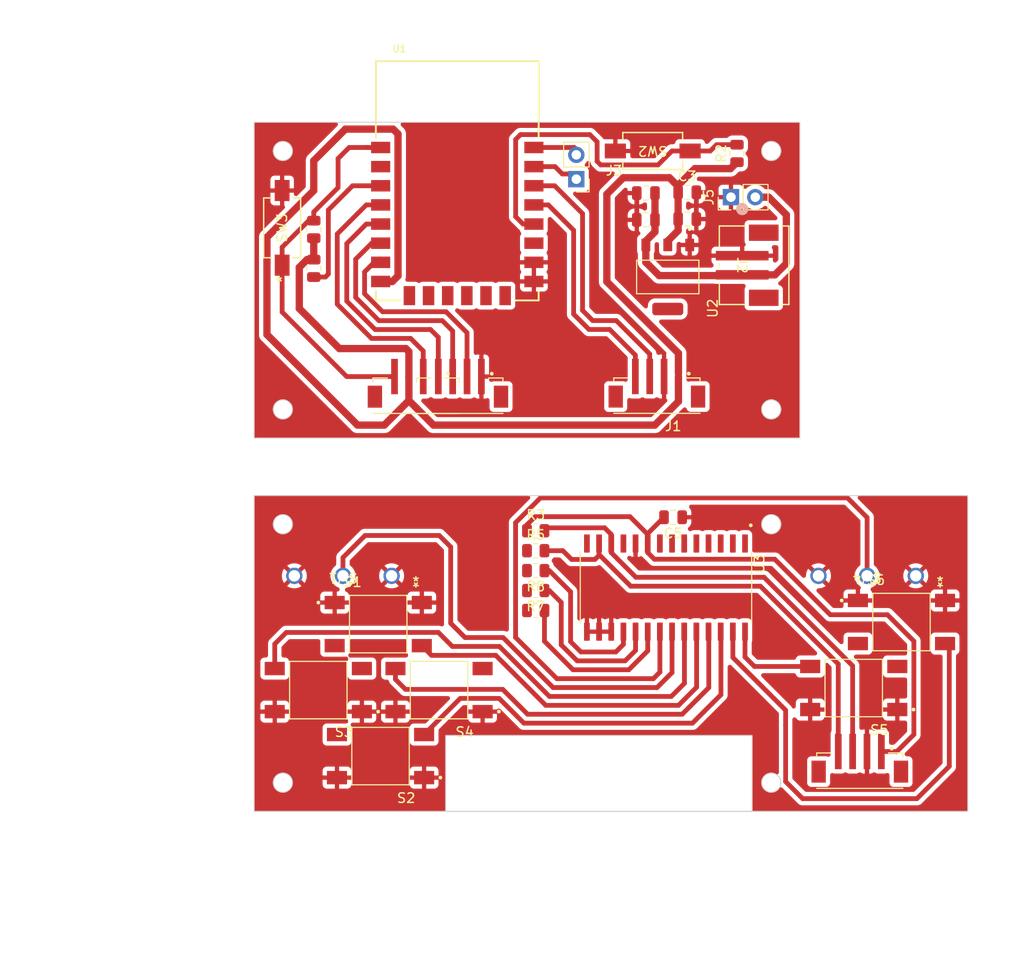
<source format=kicad_pcb>
(kicad_pcb (version 20221018) (generator pcbnew)
  (layers (0 "F.Cu" signal) (31 "B.Cu" signal) (34 "B.Paste" user) (35 "F.Paste" user) (36 "B.SilkS" user "B.Silkscreen") (37 "F.SilkS" user "F.Silkscreen") (38 "B.Mask" user) (39 "F.Mask" user) (44 "Edge.Cuts" user))
  (net 0 "")
  (net 1 "GND")
  (net 2 "VCC")
  (net 3 "/SCK_mcp")
  (net 4 "/SDA_mcp")
  (net 5 "Net-(J1-SHIELD-PadS1)")
  (net 6 "Net-(J3-Pin_1)")
  (net 7 "Net-(J3-Pin_2)")
  (net 8 "/boot")
  (net 9 "Net-(U1-EN)")
  (net 17 "/VIN")
  (net 18 "Net-(J4-SHIELD-PadS1)")
  (net 19 "/RST")
  (net 20 "/CS")
  (net 21 "/SCK_screen")
  (net 22 "/SDA_screen")
  (net 25 "/up")
  (net 26 "/down")
  (net 29 "/left")
  (net 30 "/right")
  (net 31 "/A")
  (net 32 "/B")
  (net 33 "/RL")
  (net 34 "/RR")
  (net 35 "/AO")
  (net 45 "Net-(U3-INTA)")
  (net 46 "Net-(U3-INTB)")
  (net 47 "Net-(U3-~{RESET})")
  (footprint "Capacitor_SMD:C_0805_2012Metric" (layer "F.Cu") (at 80.9098 32.4015)
    (fp_text reference "C2" hide)
    (fp_text value "C")
    (pad "1" smd roundrect (at -0.95 0) (size 1 1.45) (layers "F.Cu" "F.Paste" "F.Mask") (net 1 "GND"))
    (pad "2" smd roundrect (at 0.95 0) (size 1 1.45) (layers "F.Cu" "F.Paste" "F.Mask") (net 17 "/VIN"))
  )
  (footprint "esp_lib:JST_B4B-ZR-SM4-TFT_LF__SN_" (layer "F.Cu") (at 82.06 53.562 180)
    (fp_text reference "J1" (at -1.706 -3.2) (layer "F.SilkS"))
    (fp_text value "B4B-ZR-SM4-TFT_LF__SN_" hide)
    (pad "1" smd rect (at -2.25 2) (size 0.7 3.7) (layers "F.Cu" "F.Paste" "F.Mask") (net 2 "VCC"))
    (pad "2" smd rect (at -0.75 2) (size 0.7 3.7) (layers "F.Cu" "F.Paste" "F.Mask") (net 1 "GND"))
    (pad "3" smd rect (at 0.75 2) (size 0.7 3.7) (layers "F.Cu" "F.Paste" "F.Mask") (net 3 "/SCK_mcp"))
    (pad "4" smd rect (at 2.25 2) (size 0.7 3.7) (layers "F.Cu" "F.Paste" "F.Mask") (net 4 "/SDA_mcp"))
    (pad "S1" smd rect (at 4.3 -0.1) (size 1.5 2.3) (layers "F.Cu" "F.Paste" "F.Mask") (net 5 "Net-(J1-SHIELD-PadS1)"))
    (pad "S2" smd rect (at -4.3 -0.1) (size 1.5 2.3) (layers "F.Cu" "F.Paste" "F.Mask") (net 5 "Net-(J1-SHIELD-PadS1)"))
  )
  (footprint "esp_lib:switch_6" (layer "F.Cu") (at 46.7025 84.328 180)
    (fp_text reference "S3" (at -2.675 -4.385) (layer "F.SilkS"))
    (fp_text value "left")
    (pad "1" smd rect (at -4.55 -2.25 180) (size 2.1 1.4) (layers "F.Cu" "F.Paste" "F.Mask") (net 1 "GND"))
    (pad "2" smd rect (at -4.55 2.25 180) (size 2.1 1.4) (layers "F.Cu" "F.Paste" "F.Mask"))
    (pad "3" smd rect (at 4.55 -2.25 180) (size 2.1 1.4) (layers "F.Cu" "F.Paste" "F.Mask") (net 1 "GND"))
    (pad "4" smd rect (at 4.55 2.25 180) (size 2.1 1.4) (layers "F.Cu" "F.Paste" "F.Mask") (net 29 "/left"))
  )
  (footprint "esp_lib:B7B-ZR-SM4-TBLFSN_JST" (layer "F.Cu") (at 59.2332 51.8242 180)
    (fp_text reference "J6" hide)
    (fp_text value "B7B-ZR-SM4-TFT_LF__SN_")
    (pad "1" smd rect (at -4.5 0.254) (size 0.7 3.7) (layers "F.Cu" "F.Paste" "F.Mask") (net 1 "GND"))
    (pad "2" smd rect (at -3 0.254) (size 0.7 3.7) (layers "F.Cu" "F.Paste" "F.Mask") (net 21 "/SCK_screen"))
    (pad "3" smd rect (at -1.5 0.254) (size 0.7 3.7) (layers "F.Cu" "F.Paste" "F.Mask") (net 20 "/CS"))
    (pad "4" smd rect (at 0 0.254) (size 0.7 3.7) (layers "F.Cu" "F.Paste" "F.Mask") (net 22 "/SDA_screen"))
    (pad "5" smd rect (at 1.572 0.254) (size 0.7 3.7) (layers "F.Cu" "F.Paste" "F.Mask") (net 35 "/AO"))
    (pad "6" smd rect (at 3.072 0.254) (size 0.7 3.7) (layers "F.Cu" "F.Paste" "F.Mask") (net 2 "VCC"))
    (pad "7" smd rect (at 4.572 0.254) (size 0.7 3.7) (layers "F.Cu" "F.Paste" "F.Mask") (net 19 "/RST"))
    (pad "S1" smd rect (at 6.622 -1.846) (size 1.5 2.3) (layers "F.Cu" "F.Paste" "F.Mask"))
    (pad "S2" smd rect (at -6.55 -1.846) (size 1.5 2.3) (layers "F.Cu" "F.Paste" "F.Mask"))
  )
  (footprint "Capacitor_SMD:C_0805_2012Metric" (layer "F.Cu") (at 83.754 66.2686 180)
    (fp_text reference "C5" (at 0 -1.68) (layer "F.SilkS"))
    (fp_text value "C")
    (pad "1" smd roundrect (at -0.95 0 180) (size 1 1.45) (layers "F.Cu" "F.Paste" "F.Mask") (net 1 "GND"))
    (pad "2" smd roundrect (at 0.95 0 180) (size 1 1.45) (layers "F.Cu" "F.Paste" "F.Mask") (net 2 "VCC"))
  )
  (footprint "Resistor_SMD:R_0805_2012Metric" (layer "F.Cu") (at 69.4074 69.7636)
    (fp_text reference "R5" (at 0 -1.65) (layer "F.SilkS"))
    (fp_text value "R")
    (pad "1" smd roundrect (at -0.9125 0) (size 1.025 1.4) (layers "F.Cu" "F.Paste" "F.Mask") (roundrect_rratio 0.243902) (net 2 "VCC"))
    (pad "2" smd roundrect (at 0.9125 0) (size 1.025 1.4) (layers "F.Cu" "F.Paste" "F.Mask") (roundrect_rratio 0.243902) (net 4 "/SDA_mcp"))
  )
  (footprint "esp_lib:ESP-12F" (layer "F.Cu") (at 61.214 31.115)
    (fp_text reference "U1" (at -6.03654 -13.788698) (layer "F.SilkS") (effects (font (size 0.700469 0.700469))))
    (fp_text value "ESP-12F")
    (pad "1" smd rect (at -8 -3.48) (size 2 1.2) (layers "F.Cu" "F.Paste" "F.Mask") (net 19 "/RST"))
    (pad "2" smd rect (at -8 -1.48) (size 2 1.2) (layers "F.Cu" "F.Paste" "F.Mask"))
    (pad "3" smd rect (at -8 0.52) (size 2 1.2) (layers "F.Cu" "F.Paste" "F.Mask") (net 9 "Net-(U1-EN)"))
    (pad "4" smd rect (at -8 2.52) (size 2 1.2) (layers "F.Cu" "F.Paste" "F.Mask") (net 35 "/AO"))
    (pad "5" smd rect (at -8 4.52) (size 2 1.2) (layers "F.Cu" "F.Paste" "F.Mask") (net 22 "/SDA_screen"))
    (pad "6" smd rect (at -8 6.52) (size 2 1.2) (layers "F.Cu" "F.Paste" "F.Mask") (net 20 "/CS"))
    (pad "7" smd rect (at -8 8.52) (size 2 1.2) (layers "F.Cu" "F.Paste" "F.Mask") (net 21 "/SCK_screen"))
    (pad "8" smd rect (at -8 10.52) (size 2 1.2) (layers "F.Cu" "F.Paste" "F.Mask") (net 2 "VCC"))
    (pad "9" smd rect (at -5 12 90) (size 2 1.2) (layers "F.Cu" "F.Paste" "F.Mask"))
    (pad "10" smd rect (at -3 12 90) (size 2 1.2) (layers "F.Cu" "F.Paste" "F.Mask"))
    (pad "11" smd rect (at -1 12 90) (size 2 1.2) (layers "F.Cu" "F.Paste" "F.Mask"))
    (pad "12" smd rect (at 1 12 90) (size 2 1.2) (layers "F.Cu" "F.Paste" "F.Mask"))
    (pad "13" smd rect (at 3 12 90) (size 2 1.2) (layers "F.Cu" "F.Paste" "F.Mask"))
    (pad "14" smd rect (at 5 12 90) (size 2 1.2) (layers "F.Cu" "F.Paste" "F.Mask"))
    (pad "15" smd rect (at 8 10.52) (size 2 1.2) (layers "F.Cu" "F.Paste" "F.Mask") (net 1 "GND"))
    (pad "16" smd rect (at 8 8.52) (size 2 1.2) (layers "F.Cu" "F.Paste" "F.Mask") (net 1 "GND"))
    (pad "17" smd rect (at 8 6.52) (size 2 1.2) (layers "F.Cu" "F.Paste" "F.Mask"))
    (pad "18" smd rect (at 8 4.52) (size 2 1.2) (layers "F.Cu" "F.Paste" "F.Mask") (net 8 "/boot"))
    (pad "19" smd rect (at 8 2.52) (size 2 1.2) (layers "F.Cu" "F.Paste" "F.Mask") (net 4 "/SDA_mcp"))
    (pad "20" smd rect (at 8 0.52) (size 2 1.2) (layers "F.Cu" "F.Paste" "F.Mask") (net 3 "/SCK_mcp"))
    (pad "21" smd rect (at 8 -1.48) (size 2 1.2) (layers "F.Cu" "F.Paste" "F.Mask") (net 6 "Net-(J3-Pin_1)"))
    (pad "22" smd rect (at 8 -3.48) (size 2 1.2) (layers "F.Cu" "F.Paste" "F.Mask") (net 7 "Net-(J3-Pin_2)"))
  )
  (footprint "esp_lib:RS-282G05A3-SM RT_CNK" (layer "F.Cu") (at 42.926 36.031698 90)
    (fp_text reference "SW3" (at 0 0 90 unlocked) (layer "F.SilkS"))
    (fp_text value "RS-282G05A3-SM RT")
    (fp_text user "*" (at -5.3866 0 90 unlocked) (layer "F.SilkS"))
    (fp_text user "*" (at -5.3866 0 90) (layer "F.SilkS"))
    (pad "1" smd rect (at -3.900698 0 90) (size 2.2098 1.5494) (layers "F.Cu" "F.Paste" "F.Mask") (net 19 "/RST"))
    (pad "2" smd rect (at 3.900698 0 90) (size 2.2098 1.5494) (layers "F.Cu" "F.Paste" "F.Mask") (net 1 "GND"))
  )
  (footprint "esp_lib:D2FS-FL-N-A_OMR" (layer "F.Cu") (at 54.356 72.39 180)
    (fp_text reference "SW1" (at 5.08 -0.199898 180 unlocked) (layer "F.SilkS"))
    (fp_text value "D2FS-FL-N-A")
    (fp_text user "*" (at -2.54 -0.635 180) (layer "F.SilkS"))
    (fp_text user "*" (at -2.54 -0.635 180 unlocked) (layer "F.SilkS"))
    (pad "1" thru_hole circle (at 0 0 180) (size 1.7018 1.7018) (drill 1.1938) (layers "*.Cu" "*.Mask") (net 1 "GND"))
    (pad "2" thru_hole circle (at 5.08 0 180) (size 1.7018 1.7018) (drill 1.1938) (layers "*.Cu" "*.Mask") (net 33 "/RL"))
    (pad "3" thru_hole circle (at 10.16 0 180) (size 1.7018 1.7018) (drill 1.1938) (layers "*.Cu" "*.Mask") (net 1 "GND"))
  )
  (footprint "esp_lib:switch_6" (layer "F.Cu") (at 53.2015 91.222 180)
    (fp_text reference "S2" (at -2.675 -4.385) (layer "F.SilkS"))
    (fp_text value "down")
    (pad "1" smd rect (at -4.55 -2.25 180) (size 2.1 1.4) (layers "F.Cu" "F.Paste" "F.Mask") (net 1 "GND"))
    (pad "2" smd rect (at -4.55 2.25 180) (size 2.1 1.4) (layers "F.Cu" "F.Paste" "F.Mask") (net 26 "/down"))
    (pad "3" smd rect (at 4.55 -2.25 180) (size 2.1 1.4) (layers "F.Cu" "F.Paste" "F.Mask") (net 1 "GND"))
    (pad "4" smd rect (at 4.55 2.25 180) (size 2.1 1.4) (layers "F.Cu" "F.Paste" "F.Mask"))
  )
  (footprint "Resistor_SMD:R_0805_2012Metric" (layer "F.Cu") (at 90.424 28.256 90)
    (fp_text reference "R2" (at 0 -1.65 90) (layer "F.SilkS"))
    (fp_text value "R")
    (pad "1" smd roundrect (at -0.9125 0 90) (size 1.025 1.4) (layers "F.Cu" "F.Paste" "F.Mask") (roundrect_rratio 0.243902439) (net 2 "VCC"))
    (pad "2" smd roundrect (at 0.9125 0 90) (size 1.025 1.4) (layers "F.Cu" "F.Paste" "F.Mask") (roundrect_rratio 0.243902439) (net 8 "/boot"))
  )
  (footprint "Connector_PinHeader_2.54mm:PinHeader_1x02_P2.54mm_Vertical" (layer "F.Cu") (at 89.7948 32.828 90)
    (fp_text reference "J5" (at 0 -2.33 90) (layer "F.SilkS"))
    (fp_text value "Conn_01x02_Pin")
    (pad "1" thru_hole rect (at 0 0 90) (size 1.7 1.7) (drill 1) (layers "*.Cu" "*.Mask") (net 1 "GND"))
    (pad "2" thru_hole oval (at 0 2.54 90) (size 1.7 1.7) (drill 1) (layers "*.Cu" "*.Mask") (net 17 "/VIN"))
  )
  (footprint "Resistor_SMD:R_0805_2012Metric" (layer "F.Cu") (at 46.228 36.195 -90)
    (fp_text reference "R1" hide)
    (fp_text value "R" hide)
    (pad "1" smd roundrect (at -0.9125 0 270) (size 1.025 1.4) (layers "F.Cu" "F.Paste" "F.Mask") (roundrect_rratio 0.243902439) (net 19 "/RST"))
    (pad "2" smd roundrect (at 0.9125 0 270) (size 1.025 1.4) (layers "F.Cu" "F.Paste" "F.Mask") (roundrect_rratio 0.243902439) (net 2 "VCC"))
  )
  (footprint "Resistor_SMD:R_0805_2012Metric" (layer "F.Cu") (at 69.4074 73.9292 180)
    (fp_text reference "R7" (at 0 -1.65) (layer "F.SilkS"))
    (fp_text value "R")
    (pad "1" smd roundrect (at -0.9125 0 180) (size 1.025 1.4) (layers "F.Cu" "F.Paste" "F.Mask") (roundrect_rratio 0.243902) (net 46 "Net-(U3-INTB)"))
    (pad "2" smd roundrect (at 0.9125 0 180) (size 1.025 1.4) (layers "F.Cu" "F.Paste" "F.Mask") (roundrect_rratio 0.243902) (net 2 "VCC"))
  )
  (footprint "Capacitor_SMD:C_0805_2012Metric" (layer "F.Cu") (at 85.2278 32.32)
    (fp_text reference "C3" (at 0 -1.68) (layer "F.SilkS"))
    (fp_text value "C")
    (pad "1" smd roundrect (at -0.95 0) (size 1 1.45) (layers "F.Cu" "F.Paste" "F.Mask") (net 2 "VCC"))
    (pad "2" smd roundrect (at 0.95 0) (size 1 1.45) (layers "F.Cu" "F.Paste" "F.Mask") (net 1 "GND"))
  )
  (footprint "esp_lib:switch_6" (layer "F.Cu") (at 59.309 84.328 180)
    (fp_text reference "S4" (at -2.675 -4.385) (layer "F.SilkS"))
    (fp_text value "right" hide)
    (pad "1" smd rect (at -4.55 -2.25 180) (size 2.1 1.4) (layers "F.Cu" "F.Paste" "F.Mask") (net 1 "GND"))
    (pad "2" smd rect (at -4.55 2.25 180) (size 2.1 1.4) (layers "F.Cu" "F.Paste" "F.Mask"))
    (pad "3" smd rect (at 4.55 -2.25 180) (size 2.1 1.4) (layers "F.Cu" "F.Paste" "F.Mask") (net 1 "GND"))
    (pad "4" smd rect (at 4.55 2.25 180) (size 2.1 1.4) (layers "F.Cu" "F.Paste" "F.Mask") (net 30 "/right"))
  )
  (footprint "esp_lib:SOT229P700X180-4N" (layer "F.Cu") (at 83.1958 41.1645 -90)
    (fp_text reference "U2" (at 3.2755 -4.695 90) (layer "F.SilkS"))
    (fp_text value "AMS1117-3.3" hide)
    (pad "1" smd roundrect (at -3.345 -2.29 270) (size 1.31 0.93) (layers "F.Cu" "F.Paste" "F.Mask") (roundrect_rratio 0.07) (net 1 "GND"))
    (pad "2" smd roundrect (at -3.345 0 270) (size 1.31 0.93) (layers "F.Cu" "F.Paste" "F.Mask") (roundrect_rratio 0.07) (net 2 "VCC"))
    (pad "3" smd roundrect (at -3.345 2.29 270) (size 1.31 0.93) (layers "F.Cu" "F.Paste" "F.Mask") (roundrect_rratio 0.07) (net 17 "/VIN"))
    (pad "4" smd roundrect (at 3.345 0 270) (size 1.31 3.24) (layers "F.Cu" "F.Paste" "F.Mask") (roundrect_rratio 0.24))
  )
  (footprint "esp_lib:switch_6" (layer "F.Cu") (at 102.616 84.11 180)
    (fp_text reference "S5" (at -2.675 -4.385) (layer "F.SilkS"))
    (fp_text value "A" hide)
    (pad "1" smd rect (at -4.55 -2.25 180) (size 2.1 1.4) (layers "F.Cu" "F.Paste" "F.Mask") (net 1 "GND"))
    (pad "2" smd rect (at -4.55 2.25 180) (size 2.1 1.4) (layers "F.Cu" "F.Paste" "F.Mask"))
    (pad "3" smd rect (at 4.55 -2.25 180) (size 2.1 1.4) (layers "F.Cu" "F.Paste" "F.Mask") (net 1 "GND"))
    (pad "4" smd rect (at 4.55 2.25 180) (size 2.1 1.4) (layers "F.Cu" "F.Paste" "F.Mask") (net 31 "/A"))
  )
  (footprint "esp_lib:switch_6" (layer "F.Cu") (at 107.6025 77.216)
    (fp_text reference "S6" (at -2.675 -4.385) (layer "F.SilkS"))
    (fp_text value "B")
    (pad "1" smd rect (at -4.55 -2.25) (size 2.1 1.4) (layers "F.Cu" "F.Paste" "F.Mask") (net 1 "GND"))
    (pad "2" smd rect (at -4.55 2.25) (size 2.1 1.4) (layers "F.Cu" "F.Paste" "F.Mask"))
    (pad "3" smd rect (at 4.55 -2.25) (size 2.1 1.4) (layers "F.Cu" "F.Paste" "F.Mask") (net 1 "GND"))
    (pad "4" smd rect (at 4.55 2.25) (size 2.1 1.4) (layers "F.Cu" "F.Paste" "F.Mask") (net 32 "/B"))
  )
  (footprint "esp_lib:D2FS-FL-N-A_OMR" (layer "F.Cu") (at 109.093 72.39 180)
    (fp_text reference "SW4" (at 5.08 -0.199898 180 unlocked) (layer "F.SilkS"))
    (fp_text value "D2FS-FL-N-A")
    (fp_text user "*" (at -2.54 -0.635 180 unlocked) (layer "F.SilkS"))
    (fp_text user "*" (at -2.54 -0.635 180) (layer "F.SilkS"))
    (pad "1" thru_hole circle (at 0 0 180) (size 1.7018 1.7018) (drill 1.1938) (layers "*.Cu" "*.Mask") (net 1 "GND"))
    (pad "2" thru_hole circle (at 5.08 0 180) (size 1.7018 1.7018) (drill 1.1938) (layers "*.Cu" "*.Mask") (net 34 "/RR"))
    (pad "3" thru_hole circle (at 10.16 0 180) (size 1.7018 1.7018) (drill 1.1938) (layers "*.Cu" "*.Mask") (net 1 "GND"))
  )
  (footprint "Resistor_SMD:R_0805_2012Metric" (layer "F.Cu") (at 69.4074 67.6808)
    (fp_text reference "R3" (at 0 -1.65) (layer "F.SilkS"))
    (fp_text value "R")
    (pad "1" smd roundrect (at -0.9125 0) (size 1.025 1.4) (layers "F.Cu" "F.Paste" "F.Mask") (roundrect_rratio 0.243902) (net 2 "VCC"))
    (pad "2" smd roundrect (at 0.9125 0) (size 1.025 1.4) (layers "F.Cu" "F.Paste" "F.Mask") (roundrect_rratio 0.243902) (net 3 "/SCK_mcp"))
  )
  (footprint "Capacitor_SMD:C_0805_2012Metric" (layer "F.Cu") (at 85.2278 35.114)
    (fp_text reference "C4" hide)
    (fp_text value "C")
    (pad "1" smd roundrect (at -0.95 0) (size 1 1.45) (layers "F.Cu" "F.Paste" "F.Mask") (net 2 "VCC"))
    (pad "2" smd roundrect (at 0.95 0) (size 1 1.45) (layers "F.Cu" "F.Paste" "F.Mask") (net 1 "GND"))
  )
  (footprint "Resistor_SMD:R_0805_2012Metric" (layer "F.Cu") (at 69.4074 71.8464 180)
    (fp_text reference "R8" (at 0 -1.65) (layer "F.SilkS"))
    (fp_text value "R")
    (pad "1" smd roundrect (at -0.9125 0 180) (size 1.025 1.4) (layers "F.Cu" "F.Paste" "F.Mask") (roundrect_rratio 0.243902) (net 47 "Net-(U3-~{RESET})"))
    (pad "2" smd roundrect (at 0.9125 0 180) (size 1.025 1.4) (layers "F.Cu" "F.Paste" "F.Mask") (roundrect_rratio 0.243902) (net 2 "VCC"))
  )
  (footprint "esp_lib:B2B-PH-SM4-TBLFSN_JST" (layer "F.Cu") (at 92.2128 39.94 -90)
    (fp_text reference "J2" (at 0 1.244801 -90 unlocked) (layer "F.SilkS"))
    (fp_text value "B2B-PH-SM4-TBLFSN")
    (pad "1" smd rect (at -1.000001 1.244801 270) (size 0.9906 5.5118) (layers "F.Cu" "F.Paste" "F.Mask") (net 1 "GND"))
    (pad "2" smd rect (at 1.000001 1.244801 270) (size 0.9906 5.5118) (layers "F.Cu" "F.Paste" "F.Mask") (net 17 "/VIN"))
    (pad "3" smd rect (at -3.399998 -1.0052) (size 3.0988 1.7018) (layers "F.Cu" "F.Paste" "F.Mask"))
    (pad "4" smd rect (at 3.399998 -1.0052) (size 3.0988 1.7018) (layers "F.Cu" "F.Paste" "F.Mask"))
  )
  (footprint "esp_lib:switch_6" (layer "F.Cu") (at 52.959 77.434)
    (fp_text reference "S1" (at -2.675 -4.385) (layer "F.SilkS"))
    (fp_text value "up")
    (pad "1" smd rect (at -4.55 -2.25) (size 2.1 1.4) (layers "F.Cu" "F.Paste" "F.Mask") (net 1 "GND"))
    (pad "2" smd rect (at -4.55 2.25) (size 2.1 1.4) (layers "F.Cu" "F.Paste" "F.Mask"))
    (pad "3" smd rect (at 4.55 -2.25) (size 2.1 1.4) (layers "F.Cu" "F.Paste" "F.Mask") (net 1 "GND"))
    (pad "4" smd rect (at 4.55 2.25) (size 2.1 1.4) (layers "F.Cu" "F.Paste" "F.Mask") (net 25 "/up"))
  )
  (footprint "Capacitor_SMD:C_0805_2012Metric" (layer "F.Cu") (at 80.9098 35.1955)
    (fp_text reference "C1" hide)
    (fp_text value "C")
    (pad "1" smd roundrect (at -0.95 0) (size 1 1.45) (layers "F.Cu" "F.Paste" "F.Mask") (net 1 "GND"))
    (pad "2" smd roundrect (at 0.95 0) (size 1 1.45) (layers "F.Cu" "F.Paste" "F.Mask") (net 17 "/VIN"))
  )
  (footprint "esp_lib:MCP23017" (layer "F.Cu") (at 83.0072 73.6168 -90)
    (fp_text reference "U3" (at -2.475 -9.762 90) (layer "F.SilkS"))
    (fp_text value "MCP23017-E_SO")
    (pad "1" smd roundrect (at -4.605 -8.255 270) (size 1.9 0.6) (layers "F.Cu" "F.Paste" "F.Mask") (roundrect_rratio 0.125))
    (pad "2" smd roundrect (at -4.605 -6.985 270) (size 1.9 0.6) (layers "F.Cu" "F.Paste" "F.Mask") (roundrect_rratio 0.125))
    (pad "3" smd roundrect (at -4.605 -5.715 270) (size 1.9 0.6) (layers "F.Cu" "F.Paste" "F.Mask") (roundrect_rratio 0.125))
    (pad "4" smd roundrect (at -4.605 -4.445 270) (size 1.9 0.6) (layers "F.Cu" "F.Paste" "F.Mask") (roundrect_rratio 0.125))
    (pad "5" smd roundrect (at -4.605 -3.175 270) (size 1.9 0.6) (layers "F.Cu" "F.Paste" "F.Mask") (roundrect_rratio 0.125))
    (pad "6" smd roundrect (at -4.605 -1.905 270) (size 1.9 0.6) (layers "F.Cu" "F.Paste" "F.Mask") (roundrect_rratio 0.125))
    (pad "7" smd roundrect (at -4.605 -0.635 270) (size 1.9 0.6) (layers "F.Cu" "F.Paste" "F.Mask") (roundrect_rratio 0.125))
    (pad "8" smd roundrect (at -4.605 0.635 270) (size 1.9 0.6) (layers "F.Cu" "F.Paste" "F.Mask") (roundrect_rratio 0.125))
    (pad "9" smd roundrect (at -4.605 1.905 270) (size 1.9 0.6) (layers "F.Cu" "F.Paste" "F.Mask") (roundrect_rratio 0.125) (net 2 "VCC"))
    (pad "10" smd roundrect (at -4.605 3.175 270) (size 1.9 0.6) (layers "F.Cu" "F.Paste" "F.Mask") (roundrect_rratio 0.125) (net 1 "GND"))
    (pad "11" smd roundrect (at -4.605 4.445 270) (size 1.9 0.6) (layers "F.Cu" "F.Paste" "F.Mask") (roundrect_rratio 0.125))
    (pad "12" smd roundrect (at -4.605 5.715 270) (size 1.9 0.6) (layers "F.Cu" "F.Paste" "F.Mask") (roundrect_rratio 0.125) (net 3 "/SCK_mcp"))
    (pad "13" smd roundrect (at -4.605 6.985 270) (size 1.9 0.6) (layers "F.Cu" "F.Paste" "F.Mask") (roundrect_rratio 0.125) (net 4 "/SDA_mcp"))
    (pad "14" smd roundrect (at -4.605 8.255 270) (size 1.9 0.6) (layers "F.Cu" "F.Paste" "F.Mask") (roundrect_rratio 0.125))
    (pad "15" smd roundrect (at 4.605 8.255 270) (size 1.9 0.6) (layers "F.Cu" "F.Paste" "F.Mask") (roundrect_rratio 0.125) (net 1 "GND"))
    (pad "16" smd roundrect (at 4.605 6.985 270) (size 1.9 0.6) (layers "F.Cu" "F.Paste" "F.Mask") (roundrect_rratio 0.125) (net 1 "GND"))
    (pad "17" smd roundrect (at 4.605 5.715 270) (size 1.9 0.6) (layers "F.Cu" "F.Paste" "F.Mask") (roundrect_rratio 0.125) (net 1 "GND"))
    (pad "18" smd roundrect (at 4.605 4.445 270) (size 1.9 0.6) (layers "F.Cu" "F.Paste" "F.Mask") (roundrect_rratio 0.125) (net 47 "Net-(U3-~{RESET})"))
    (pad "19" smd roundrect (at 4.605 3.175 270) (size 1.9 0.6) (layers "F.Cu" "F.Paste" "F.Mask") (roundrect_rratio 0.125) (net 46 "Net-(U3-INTB)"))
    (pad "20" smd roundrect (at 4.605 1.905 270) (size 1.9 0.6) (layers "F.Cu" "F.Paste" "F.Mask") (roundrect_rratio 0.125) (net 45 "Net-(U3-INTA)"))
    (pad "21" smd roundrect (at 4.605 0.635 270) (size 1.9 0.6) (layers "F.Cu" "F.Paste" "F.Mask") (roundrect_rratio 0.125) (net 34 "/RR"))
    (pad "22" smd roundrect (at 4.605 -0.635 270) (size 1.9 0.6) (layers "F.Cu" "F.Paste" "F.Mask") (roundrect_rratio 0.125) (net 33 "/RL"))
    (pad "23" smd roundrect (at 4.605 -1.905 270) (size 1.9 0.6) (layers "F.Cu" "F.Paste" "F.Mask") (roundrect_rratio 0.125) (net 29 "/left"))
    (pad "24" smd roundrect (at 4.605 -3.175 270) (size 1.9 0.6) (layers "F.Cu" "F.Paste" "F.Mask") (roundrect_rratio 0.125) (net 25 "/up"))
    (pad "25" smd roundrect (at 4.605 -4.445 270) (size 1.9 0.6) (layers "F.Cu" "F.Paste" "F.Mask") (roundrect_rratio 0.125) (net 30 "/right"))
    (pad "26" smd roundrect (at 4.605 -5.715 270) (size 1.9 0.6) (layers "F.Cu" "F.Paste" "F.Mask") (roundrect_rratio 0.125) (net 26 "/down"))
    (pad "27" smd roundrect (at 4.605 -6.985 270) (size 1.9 0.6) (layers "F.Cu" "F.Paste" "F.Mask") (roundrect_rratio 0.125) (net 32 "/B"))
    (pad "28" smd roundrect (at 4.605 -8.255 270) (size 1.9 0.6) (layers "F.Cu" "F.Paste" "F.Mask") (roundrect_rratio 0.125) (net 31 "/A"))
  )
  (footprint "Resistor_SMD:R_0805_2012Metric" (layer "F.Cu") (at 46.228 40.259 90)
    (fp_text reference "R4" hide)
    (fp_text value "R" hide)
    (pad "1" smd roundrect (at -0.9125 0 90) (size 1.025 1.4) (layers "F.Cu" "F.Paste" "F.Mask") (roundrect_rratio 0.243902439) (net 9 "Net-(U1-EN)"))
    (pad "2" smd roundrect (at 0.9125 0 90) (size 1.025 1.4) (layers "F.Cu" "F.Paste" "F.Mask") (roundrect_rratio 0.243902439) (net 2 "VCC"))
  )
  (footprint "esp_lib:RS-282G05A3-SM RT_CNK" (layer "F.Cu") (at 81.624698 28.002 180)
    (fp_text reference "SW2" (at 0 0 180 unlocked) (layer "F.SilkS"))
    (fp_text value "RS-282G05A3-SM RT")
    (pad "1" smd rect (at -3.900698 0 180) (size 2.2098 1.5494) (layers "F.Cu" "F.Paste" "F.Mask") (net 8 "/boot"))
    (pad "2" smd rect (at 3.900698 0 180) (size 2.2098 1.5494) (layers "F.Cu" "F.Paste" "F.Mask") (net 1 "GND"))
  )
  (footprint "esp_lib:JST_B4B-ZR-SM4-TFT_LF__SN_" (layer "F.Cu") (at 103.251 92.746 180)
    (fp_text reference "J4" hide)
    (fp_text value "B4B-ZR-SM4-TFT_LF__SN_" hide)
    (pad "1" smd rect (at -2.25 2) (size 0.7 3.7) (layers "F.Cu" "F.Paste" "F.Mask") (net 2 "VCC"))
    (pad "2" smd rect (at -0.75 2) (size 0.7 3.7) (layers "F.Cu" "F.Paste" "F.Mask") (net 1 "GND"))
    (pad "3" smd rect (at 0.75 2) (size 0.7 3.7) (layers "F.Cu" "F.Paste" "F.Mask") (net 3 "/SCK_mcp"))
    (pad "4" smd rect (at 2.25 2) (size 0.7 3.7) (layers "F.Cu" "F.Paste" "F.Mask") (net 4 "/SDA_mcp"))
    (pad "S1" smd rect (at 4.3 -0.1) (size 1.5 2.3) (layers "F.Cu" "F.Paste" "F.Mask") (net 18 "Net-(J4-SHIELD-PadS1)"))
    (pad "S2" smd rect (at -4.3 -0.1) (size 1.5 2.3) (layers "F.Cu" "F.Paste" "F.Mask") (net 18 "Net-(J4-SHIELD-PadS1)"))
  )
  (footprint "Connector_PinHeader_2.54mm:PinHeader_1x02_P2.54mm_Vertical" (layer "F.Cu") (at 73.647968 30.944 180)
    (fp_text reference "J3" (at -3.937 0.889 180) (layer "F.SilkS"))
    (fp_text value "Conn_01x02_Pin" hide)
    (pad "1" thru_hole rect (at 0 0 180) (size 1.7 1.7) (drill 1) (layers "*.Cu" "*.Mask") (net 6 "Net-(J3-Pin_1)"))
    (pad "2" thru_hole oval (at 0 2.54 180) (size 1.7 1.7) (drill 1) (layers "*.Cu" "*.Mask") (net 7 "Net-(J3-Pin_2)"))
  )
  (footprint "Resistor_SMD:R_0805_2012Metric" (layer "F.Cu") (at 69.4074 76.012 180)
    (fp_text reference "R6" hide)
    (fp_text value "R")
    (pad "1" smd roundrect (at -0.9125 0 180) (size 1.025 1.4) (layers "F.Cu" "F.Paste" "F.Mask") (roundrect_rratio 0.243902) (net 45 "Net-(U3-INTA)"))
    (pad "2" smd roundrect (at 0.9125 0 180) (size 1.025 1.4) (layers "F.Cu" "F.Paste" "F.Mask") (roundrect_rratio 0.243902) (net 2 "VCC"))
  )
  (gr_circle (center 94 67) (end 95 67) (stroke (width 0.1)) (fill none) (layer "Edge.Cuts"))
  (gr_circle (center 43 28) (end 44 28) (stroke (width 0.1)) (fill none) (layer "Edge.Cuts"))
  (gr_rect (start 40 64) (end 114.526 97) (stroke (width 0.1)) (fill none) (layer "Edge.Cuts"))
  (gr_circle (center 43 67) (end 44 67) (stroke (width 0.1)) (fill none) (layer "Edge.Cuts"))
  (gr_circle (center 94 55) (end 95 55) (stroke (width 0.1)) (fill none) (layer "Edge.Cuts"))
  (gr_circle (center 94 94) (end 95 94) (stroke (width 0.1)) (fill none) (layer "Edge.Cuts"))
  (gr_circle (center 43 94) (end 44 94) (stroke (width 0.1)) (fill none) (layer "Edge.Cuts"))
  (gr_rect (start 60 89.0668) (end 92 97) (stroke (width 0.1)) (fill none) (layer "Edge.Cuts"))
  (gr_circle (center 94 28) (end 95 28) (stroke (width 0.1)) (fill none) (layer "Edge.Cuts"))
  (gr_circle (center 43 55) (end 44 55) (stroke (width 0.1)) (fill none) (layer "Edge.Cuts"))
  (gr_rect (start 40 25) (end 97 58) (stroke (width 0.1)) (fill none) (layer "Edge.Cuts"))
  (segment (start 79.9598 32.4015) (end 79.9598 35.1955) (width 0.5) (layer "F.Cu") (net 1))
  (segment (start 86.1778 32.32) (end 86.1778 35.114) (width 0.5) (layer "F.Cu") (net 1))
  (segment (start 46.228 37.3615) (end 46.228 39.0925) (width 0.762) (layer "F.Cu") (net 2))
  (segment (start 84.2778 31.6998) (end 83.374 30.796) (width 0.762) (layer "F.Cu") (net 2))
  (segment (start 84.31 49.131) (end 84.31 51.24) (width 0.762) (layer "F.Cu") (net 2))
  (segment (start 46.228 32.131) (end 41.3403 37.0187) (width 0.762) (layer "F.Cu") (net 2))
  (segment (start 86.0278 29.845) (end 89.7475 29.845) (width 0.762) (layer "F.Cu") (net 2))
  (segment (start 81.1022 69.0118) (end 81.1022 68.061801) (width 0.5) (layer "F.Cu") (net 2))
  (segment (start 50.8 56.642) (end 53.594 56.642) (width 0.762) (layer "F.Cu") (net 2))
  (segment (start 46.228 39.3465) (end 45.528 39.3465) (width 0.762) (layer "F.Cu") (net 2))
  (segment (start 58.7284 56.642) (end 81.842 56.642) (width 0.762) (layer "F.Cu") (net 2))
  (segment (start 56.1612 54.0748) (end 56.1612 51.5702) (width 0.762) (layer "F.Cu") (net 2))
  (segment (start 79.247999 66.2076) (end 69.342 66.2076) (width 0.5) (layer "F.Cu") (net 2))
  (segment (start 84.2778 36.318) (end 84.2778 35.114) (width 0.762) (layer "F.Cu") (net 2))
  (segment (start 56.1612 54.0748) (end 58.7284 56.642) (width 0.762) (layer "F.Cu") (net 2))
  (segment (start 84.31 54.174) (end 84.31 51.562) (width 0.762) (layer "F.Cu") (net 2))
  (segment (start 89.7475 29.845) (end 90.424 29.1685) (width 0.762) (layer "F.Cu") (net 2))
  (segment (start 68.4949 67.0547) (end 68.4949 67.6808) (width 0.5) (layer "F.Cu") (net 2))
  (segment (start 81.1022 68.061801) (end 79.247999 66.2076) (width 0.5) (layer "F.Cu") (net 2))
  (segment (start 46.482 37.1075) (end 46.228 37.3615) (width 0.762) (layer "F.Cu") (net 2))
  (segment (start 44.717 44.463) (end 48.9 48.646) (width 0.762) (layer "F.Cu") (net 2))
  (segment (start 83.1958 37.4) (end 84.2778 36.318) (width 0.762) (layer "F.Cu") (net 2))
  (segment (start 44.717 40.1575) (end 44.717 44.463) (width 0.762) (layer "F.Cu") (net 2))
  (segment (start 83.1958 37.8195) (end 83.1958 37.4) (width 0.762) (layer "F.Cu") (net 2))
  (segment (start 48.9 48.646) (end 55.849 48.646) (width 0.762) (layer "F.Cu") (net 2))
  (segment (start 53.594 56.642) (end 56.1612 54.0748) (width 0.762) (layer "F.Cu") (net 2))
  (segment (start 78.551 30.796) (end 76.835 32.512) (width 0.762) (layer "F.Cu") (net 2))
  (segment (start 54.517 25.716) (end 49.53 25.716) (width 0.762) (layer "F.Cu") (net 2))
  (segment (start 108.896 88.97) (end 108.896 79.214) (width 0.5) (layer "F.Cu") (net 2))
  (segment (start 94.3656 70.6526) (end 81.793001 70.6526) (width 0.5) (layer "F.Cu") (net 2))
  (segment (start 84.2778 32.32) (end 84.2778 31.6998) (width 0.762) (layer "F.Cu") (net 2))
  (segment (start 46.228 29.018) (end 46.228 32.131) (width 0.762) (layer "F.Cu") (net 2))
  (segment (start 106.136 76.454) (end 100.167 76.454) (width 0.5) (layer "F.Cu") (net 2))
  (segment (start 84.2778 32.32) (end 84.2778 31.595) (width 0.762) (layer "F.Cu") (net 2))
  (segment (start 54.436 41.635) (end 55.025 41.046) (width 0.762) (layer "F.Cu") (net 2))
  (segment (start 81.1022 69.961799) (end 81.1022 69.0118) (width 0.5) (layer "F.Cu") (net 2))
  (segment (start 76.835 32.512) (end 76.835 41.656) (width 0.762) (layer "F.Cu") (net 2))
  (segment (start 81.793001 70.6526) (end 81.1022 69.961799) (width 0.5) (layer "F.Cu") (net 2))
  (segment (start 84.2778 31.595) (end 86.0278 29.845) (width 0.762) (layer "F.Cu") (net 2))
  (segment (start 55.849 48.646) (end 56.1612 48.9582) (width 0.762) (layer "F.Cu") (net 2))
  (segment (start 100.167 76.454) (end 94.3656 70.6526) (width 0.5) (layer "F.Cu") (net 2))
  (segment (start 45.528 39.3465) (end 44.717 40.1575) (width 0.762) (layer "F.Cu") (net 2))
  (segment (start 56.1612 48.9582) (end 56.1612 51.5702) (width 0.762) (layer "F.Cu") (net 2))
  (segment (start 53.214 41.635) (end 54.436 41.635) (width 0.762) (layer "F.Cu") (net 2))
  (segment (start 82.804 66.2686) (end 81.1022 67.9704) (width 0.5) (layer "F.Cu") (net 2))
  (segment (start 41.3403 37.0187) (end 41.3403 47.1823) (width 0.762) (layer "F.Cu") (net 2))
  (segment (start 41.3403 47.1823) (end 50.8 56.642) (width 0.762) (layer "F.Cu") (net 2))
  (segment (start 81.842 56.642) (end 84.31 54.174) (width 0.762) (layer "F.Cu") (net 2))
  (segment (start 108.896 79.214) (end 106.136 76.454) (width 0.5) (layer "F.Cu") (net 2))
  (segment (start 55.025 26.224) (end 54.517 25.716) (width 0.762) (layer "F.Cu") (net 2))
  (segment (start 49.53 25.716) (end 46.228 29.018) (width 0.762) (layer "F.Cu") (net 2))
  (segment (start 107.12 90.746) (end 108.896 88.97) (width 0.5) (layer "F.Cu") (net 2))
  (segment (start 81.1022 67.9704) (end 81.1022 69.0118) (width 0.5) (layer "F.Cu") (net 2))
  (segment (start 105.501 90.746) (end 107.12 90.746) (width 0.5) (layer "F.Cu") (net 2))
  (segment (start 55.025 41.046) (end 55.025 26.224) (width 0.762) (layer "F.Cu") (net 2))
  (segment (start 76.835 41.656) (end 84.31 49.131) (width 0.762) (layer "F.Cu") (net 2))
  (segment (start 46.228 39.0925) (end 46.482 39.3465) (width 0.762) (layer "F.Cu") (net 2))
  (segment (start 84.2778 32.32) (end 84.2778 35.114) (width 0.762) (layer "F.Cu") (net 2))
  (segment (start 69.342 66.2076) (end 68.4949 67.0547) (width 0.5) (layer "F.Cu") (net 2))
  (segment (start 83.374 30.796) (end 78.551 30.796) (width 0.762) (layer "F.Cu") (net 2))
  (segment (start 76.606399 67.376) (end 70.6247 67.376) (width 0.5) (layer "F.Cu") (net 3))
  (segment (start 75.356218 45.72) (end 74.295 44.658782) (width 0.5) (layer "F.Cu") (net 3))
  (segment (start 77.818 45.72) (end 75.356218 45.72) (width 0.5) (layer "F.Cu") (net 3))
  (segment (start 102.501 81.790782) (end 102.501 90.746) (width 0.5) (layer "F.Cu") (net 3))
  (segment (start 81.31 49.212) (end 77.818 45.72) (width 0.5) (layer "F.Cu") (net 3))
  (segment (start 70.6247 67.376) (end 70.3199 67.6808) (width 0.5) (layer "F.Cu") (net 3))
  (segment (start 77.2922 69.0118) (end 77.2922 68.061801) (width 0.5) (layer "F.Cu") (net 3))
  (segment (start 77.2922 69.961799) (end 79.872401 72.542) (width 0.5) (layer "F.Cu") (net 3))
  (segment (start 74.295 44.658782) (end 74.295 34.544) (width 0.5) (layer "F.Cu") (net 3))
  (segment (start 71.386 31.635) (end 69.214 31.635) (width 0.5) (layer "F.Cu") (net 3))
  (segment (start 81.31 51.562) (end 81.31 49.212) (width 0.5) (layer "F.Cu") (net 3))
  (segment (start 74.295 34.544) (end 71.386 31.635) (width 0.5) (layer "F.Cu") (net 3))
  (segment (start 77.2922 68.061801) (end 76.606399 67.376) (width 0.5) (layer "F.Cu") (net 3))
  (segment (start 77.2922 69.0118) (end 77.2922 69.961799) (width 0.5) (layer "F.Cu") (net 3))
  (segment (start 93.252218 72.542) (end 102.501 81.790782) (width 0.5) (layer "F.Cu") (net 3))
  (segment (start 79.872401 72.542) (end 93.252218 72.542) (width 0.5) (layer "F.Cu") (net 3))
  (segment (start 70.714 33.635) (end 73.365 36.286) (width 0.5) (layer "F.Cu") (net 4))
  (segment (start 76.0222 70.2462) (end 76.0222 69.0118) (width 0.5) (layer "F.Cu") (net 4))
  (segment (start 72.2376 69.7636) (end 73.152 70.678) (width 0.5) (layer "F.Cu") (net 4))
  (segment (start 73.365 36.286) (end 73.365 45.044) (width 0.5) (layer "F.Cu") (net 4))
  (segment (start 75.5904 70.678) (end 76.0222 70.2462) (width 0.5) (layer "F.Cu") (net 4))
  (segment (start 70.3199 69.7636) (end 72.2376 69.7636) (width 0.5) (layer "F.Cu") (net 4))
  (segment (start 73.365 45.044) (end 74.971 46.65) (width 0.5) (layer "F.Cu") (net 4))
  (segment (start 77.13 46.65) (end 79.81 49.33) (width 0.5) (layer "F.Cu") (net 4))
  (segment (start 92.867 73.472) (end 101.001 81.606) (width 0.5) (layer "F.Cu") (net 4))
  (segment (start 79.81 49.33) (end 79.81 51.562) (width 0.5) (layer "F.Cu") (net 4))
  (segment (start 76.0222 69.0118) (end 76.0222 70.17) (width 0.5) (layer "F.Cu") (net 4))
  (segment (start 74.971 46.65) (end 77.13 46.65) (width 0.5) (layer "F.Cu") (net 4))
  (segment (start 79.3242 73.472) (end 92.867 73.472) (width 0.5) (layer "F.Cu") (net 4))
  (segment (start 73.152 70.678) (end 75.5904 70.678) (width 0.5) (layer "F.Cu") (net 4))
  (segment (start 69.214 33.635) (end 69.423 33.844) (width 0.5) (layer "F.Cu") (net 4))
  (segment (start 69.214 33.635) (end 70.714 33.635) (width 0.5) (layer "F.Cu") (net 4))
  (segment (start 101.001 81.606) (end 101.001 90.746) (width 0.5) (layer "F.Cu") (net 4))
  (segment (start 76.0222 70.17) (end 79.3242 73.472) (width 0.5) (layer "F.Cu") (net 4))
  (segment (start 71.418 29.635) (end 72.187 30.404) (width 0.5) (layer "F.Cu") (net 6))
  (segment (start 72.187 30.404) (end 73.66 30.404) (width 0.5) (layer "F.Cu") (net 6))
  (segment (start 69.214 29.635) (end 71.418 29.635) (width 0.5) (layer "F.Cu") (net 6))
  (segment (start 69.214 27.635) (end 73.431 27.635) (width 0.5) (layer "F.Cu") (net 7))
  (segment (start 73.431 27.635) (end 73.66 27.864) (width 0.5) (layer "F.Cu") (net 7))
  (segment (start 69.443 27.864) (end 69.214 27.635) (width 0.5) (layer "F.Cu") (net 7))
  (segment (start 75.057 26.289) (end 75.819 27.051) (width 0.5) (layer "F.Cu") (net 8))
  (segment (start 87.63 28.002) (end 88.2885 27.3435) (width 0.5) (layer "F.Cu") (net 8))
  (segment (start 85.525396 28.002) (end 87.63 28.002) (width 0.5) (layer "F.Cu") (net 8))
  (segment (start 82.1763 29.4567) (end 83.631 28.002) (width 0.5) (layer "F.Cu") (net 8))
  (segment (start 75.819 29.083) (end 76.1927 29.4567) (width 0.5) (layer "F.Cu") (net 8))
  (segment (start 88.2885 27.3435) (end 90.424 27.3435) (width 0.5) (layer "F.Cu") (net 8))
  (segment (start 67.31 34.86) (end 67.31 26.797) (width 0.5) (layer "F.Cu") (net 8))
  (segment (start 69.214 35.635) (end 68.085 35.635) (width 0.5) (layer "F.Cu") (net 8))
  (segment (start 67.818 26.289) (end 75.057 26.289) (width 0.5) (layer "F.Cu") (net 8))
  (segment (start 68.085 35.635) (end 67.31 34.86) (width 0.5) (layer "F.Cu") (net 8))
  (segment (start 75.819 27.051) (end 75.819 29.083) (width 0.5) (layer "F.Cu") (net 8))
  (segment (start 83.631 28.002) (end 85.525396 28.002) (width 0.5) (layer "F.Cu") (net 8))
  (segment (start 67.31 26.797) (end 67.818 26.289) (width 0.5) (layer "F.Cu") (net 8))
  (segment (start 76.1927 29.4567) (end 82.1763 29.4567) (width 0.5) (layer "F.Cu") (net 8))
  (segment (start 47.752 40.8555) (end 47.436 41.1715) (width 0.5) (layer "F.Cu") (net 9))
  (segment (start 53.214 31.635) (end 50.28 31.635) (width 0.5) (layer "F.Cu") (net 9))
  (segment (start 50.28 31.635) (end 47.752 34.163) (width 0.5) (layer "F.Cu") (net 9))
  (segment (start 47.436 41.1715) (end 46.228 41.1715) (width 0.5) (layer "F.Cu") (net 9))
  (segment (start 47.752 34.163) (end 47.752 40.8555) (width 0.5) (layer "F.Cu") (net 9))
  (segment (start 93.7368 32.828) (end 92.3348 32.828) (width 0.762) (layer "F.Cu") (net 17))
  (segment (start 90.887 41.021) (end 90.967999 40.940001) (width 0.762) (layer "F.Cu") (net 17))
  (segment (start 94.387799 40.940001) (end 90.967999 40.940001) (width 0.762) (layer "F.Cu") (net 17))
  (segment (start 95.5784 39.7494) (end 95.5784 34.6696) (width 0.762) (layer "F.Cu") (net 17))
  (segment (start 80.9058 39.6308) (end 82.296 41.021) (width 0.762) (layer "F.Cu") (net 17))
  (segment (start 82.296 41.021) (end 90.887 41.021) (width 0.762) (layer "F.Cu") (net 17))
  (segment (start 81.8598 32.4015) (end 81.8598 35.1955) (width 0.762) (layer "F.Cu") (net 17))
  (segment (start 95.5784 34.6696) (end 93.7368 32.828) (width 0.762) (layer "F.Cu") (net 17))
  (segment (start 80.9058 37.8195) (end 80.9058 37.404) (width 0.762) (layer "F.Cu") (net 17))
  (segment (start 81.8598 36.45) (end 81.8598 35.1955) (width 0.762) (layer "F.Cu") (net 17))
  (segment (start 80.9058 37.404) (end 81.8598 36.45) (width 0.762) (layer "F.Cu") (net 17))
  (segment (start 80.9058 37.8195) (end 80.9058 39.6308) (width 0.762) (layer "F.Cu") (net 17))
  (segment (start 94.387799 40.940001) (end 95.5784 39.7494) (width 0.762) (layer "F.Cu") (net 17))
  (segment (start 46.228 34.371781) (end 46.228 34.544) (width 0.5) (layer "F.Cu") (net 19))
  (segment (start 48.768 28.795634) (end 48.768 31.831781) (width 0.5) (layer "F.Cu") (net 19))
  (segment (start 51.706 27.635) (end 53.214 27.635) (width 0.508) (layer "F.Cu") (net 19))
  (segment (start 49.6652 51.5702) (end 42.926 44.831) (width 0.5) (layer "F.Cu") (net 19))
  (segment (start 45.6925 35.2825) (end 46.228 35.2825) (width 0.5) (layer "F.Cu") (net 19))
  (segment (start 42.926 38.049) (end 45.6925 35.2825) (width 0.5) (layer "F.Cu") (net 19))
  (segment (start 51.706 27.635) (end 49.928634 27.635) (width 0.5) (layer "F.Cu") (net 19))
  (segment (start 42.926 39.932396) (end 42.926 38.049) (width 0.5) (layer "F.Cu") (net 19))
  (segment (start 46.228 34.544) (end 46.228 35.2825) (width 0.5) (layer "F.Cu") (net 19))
  (segment (start 42.926 44.831) (end 42.926 39.932396) (width 0.5) (layer "F.Cu") (net 19))
  (segment (start 54.6612 51.5702) (end 49.6652 51.5702) (width 0.5) (layer "F.Cu") (net 19))
  (segment (start 49.928634 27.635) (end 48.768 28.795634) (width 0.5) (layer "F.Cu") (net 19))
  (segment (start 48.768 31.831781) (end 46.228 34.371781) (width 0.5) (layer "F.Cu") (net 19))
  (segment (start 53.028782 45.725) (end 50.604 43.300218) (width 0.5) (layer "F.Cu") (net 20))
  (segment (start 50.604 39.312) (end 52.281 37.635) (width 0.5) (layer "F.Cu") (net 20))
  (segment (start 52.281 37.635) (end 53.214 37.635) (width 0.5) (layer "F.Cu") (net 20))
  (segment (start 60.7332 51.2482) (end 60.7332 46.808418) (width 0.5) (layer "F.Cu") (net 20))
  (segment (start 50.604 43.300218) (end 50.604 39.312) (width 0.5) (layer "F.Cu") (net 20))
  (segment (start 60.7332 46.808418) (end 59.649782 45.725) (width 0.5) (layer "F.Cu") (net 20))
  (segment (start 59.649782 45.725) (end 53.028782 45.725) (width 0.5) (layer "F.Cu") (net 20))
  (segment (start 53.214 39.635) (end 52.539 39.635) (width 0.5) (layer "F.Cu") (net 21))
  (segment (start 51.534 42.915) (end 53.414 44.795) (width 0.5) (layer "F.Cu") (net 21))
  (segment (start 53.414 44.795) (end 60.035 44.795) (width 0.5) (layer "F.Cu") (net 21))
  (segment (start 53.214 39.635) (end 52.44 39.635) (width 0.5) (layer "F.Cu") (net 21))
  (segment (start 51.534 40.64) (end 51.534 42.915) (width 0.5) (layer "F.Cu") (net 21))
  (segment (start 52.539 39.635) (end 51.534 40.64) (width 0.5) (layer "F.Cu") (net 21))
  (segment (start 62.2332 46.9932) (end 62.2332 51.2482) (width 0.5) (layer "F.Cu") (net 21))
  (segment (start 53.202 39.294) (end 53.214 39.306) (width 0.508) (layer "F.Cu") (net 21))
  (segment (start 60.035 44.795) (end 62.2332 46.9932) (width 0.5) (layer "F.Cu") (net 21))
  (segment (start 52.643564 46.655) (end 58.42 46.655) (width 0.5) (layer "F.Cu") (net 22))
  (segment (start 59.2332 47.4682) (end 59.2332 51.2482) (width 0.5) (layer "F.Cu") (net 22))
  (segment (start 58.42 46.655) (end 59.2332 47.4682) (width 0.5) (layer "F.Cu") (net 22))
  (segment (start 49.674 37.675) (end 51.714 35.635) (width 0.5) (layer "F.Cu") (net 22))
  (segment (start 52.643564 46.655) (end 49.674 43.685436) (width 0.5) (layer "F.Cu") (net 22))
  (segment (start 51.714 35.635) (end 53.214 35.635) (width 0.5) (layer "F.Cu") (net 22))
  (segment (start 49.674 43.685436) (end 49.674 37.675) (width 0.5) (layer "F.Cu") (net 22))
  (segment (start 70.4538 85.9224) (end 65.2294 80.698) (width 0.5) (layer "F.Cu") (net 25))
  (segment (start 65.2294 80.698) (end 58.523 80.698) (width 0.5) (layer "F.Cu") (net 25))
  (segment (start 58.523 80.698) (end 57.509 79.684) (width 0.5) (layer "F.Cu") (net 25))
  (segment (start 86.2076 78.9432) (end 86.2076 84.028782) (width 0.5) (layer "F.Cu") (net 25))
  (segment (start 84.313982 85.9224) (end 70.4538 85.9224) (width 0.5) (layer "F.Cu") (net 25))
  (segment (start 86.2076 84.028782) (end 84.313982 85.9224) (width 0.5) (layer "F.Cu") (net 25))
  (segment (start 88.7476 84.8106) (end 88.7476 78.9432) (width 0.5) (layer "F.Cu") (net 26))
  (segment (start 65.589 85.198) (end 68.1734 87.7824) (width 0.5) (layer "F.Cu") (net 26))
  (segment (start 57.7515 88.972) (end 61.5255 85.198) (width 0.5) (layer "F.Cu") (net 26))
  (segment (start 61.5255 85.198) (end 65.589 85.198) (width 0.5) (layer "F.Cu") (net 26))
  (segment (start 68.1734 87.7824) (end 85.7758 87.7824) (width 0.5) (layer "F.Cu") (net 26))
  (segment (start 85.7758 87.7824) (end 88.7476 84.8106) (width 0.5) (layer "F.Cu") (net 26))
  (segment (start 60.703 79.768) (end 59.239 78.304) (width 0.5) (layer "F.Cu") (net 29))
  (segment (start 65.614618 79.768) (end 60.703 79.768) (width 0.5) (layer "F.Cu") (net 29))
  (segment (start 43.362 78.304) (end 42.1525 79.5135) (width 0.5) (layer "F.Cu") (net 29))
  (segment (start 59.239 78.304) (end 43.362 78.304) (width 0.5) (layer "F.Cu") (net 29))
  (segment (start 84.9376 83.6208) (end 83.566 84.9924) (width 0.5) (layer "F.Cu") (net 29))
  (segment (start 83.566 84.9924) (end 70.839018 84.9924) (width 0.5) (layer "F.Cu") (net 29))
  (segment (start 84.9376 78.9432) (end 84.9376 83.6208) (width 0.5) (layer "F.Cu") (net 29))
  (segment (start 70.839018 84.9924) (end 65.614618 79.768) (width 0.5) (layer "F.Cu") (net 29))
  (segment (start 42.1525 79.5135) (end 42.1525 82.078) (width 0.5) (layer "F.Cu") (net 29))
  (segment (start 68.558618 86.8524) (end 65.958018 84.2518) (width 0.5) (layer "F.Cu") (net 30))
  (segment (start 87.4776 78.9432) (end 87.4776 84.074) (width 0.5) (layer "F.Cu") (net 30))
  (segment (start 55.8038 84.2518) (end 54.759 83.207) (width 0.5) (layer "F.Cu") (net 30))
  (segment (start 84.6992 86.8524) (end 68.558618 86.8524) (width 0.5) (layer "F.Cu") (net 30))
  (segment (start 87.4776 84.074) (end 84.6992 86.8524) (width 0.5) (layer "F.Cu") (net 30))
  (segment (start 65.958018 84.2518) (end 55.8038 84.2518) (width 0.5) (layer "F.Cu") (net 30))
  (segment (start 54.759 83.207) (end 54.759 82.078) (width 0.5) (layer "F.Cu") (net 30))
  (segment (start 92.2486 81.86) (end 98.066 81.86) (width 0.5) (layer "F.Cu") (net 31))
  (segment (start 91.2622 80.8736) (end 92.2486 81.86) (width 0.5) (layer "F.Cu") (net 31))
  (segment (start 91.2622 78.2218) (end 91.2622 80.8736) (width 0.5) (layer "F.Cu") (net 31))
  (segment (start 89.9922 80.918818) (end 95.504 86.430618) (width 0.5) (layer "F.Cu") (net 32))
  (segment (start 89.9922 78.2218) (end 89.9922 80.918818) (width 0.5) (layer "F.Cu") (net 32))
  (segment (start 112.5935 79.375) (end 112.5935 92.2935) (width 0.5) (layer "F.Cu") (net 32))
  (segment (start 97.282 95.667) (end 95.504 93.889) (width 0.5) (layer "F.Cu") (net 32))
  (segment (start 95.504 86.430618) (end 95.504 88.011) (width 0.5) (layer "F.Cu") (net 32))
  (segment (start 109.22 95.667) (end 97.282 95.667) (width 0.5) (layer "F.Cu") (net 32))
  (segment (start 95.504 93.889) (end 95.504 88.011) (width 0.5) (layer "F.Cu") (net 32))
  (segment (start 112.5935 92.2935) (end 109.22 95.667) (width 0.5) (layer "F.Cu") (net 32))
  (segment (start 62.0232 78.838) (end 60.5282 77.343) (width 0.5) (layer "F.Cu") (net 33))
  (segment (start 82.077237 84.0624) (end 71.224236 84.0624) (width 0.5) (layer "F.Cu") (net 33))
  (segment (start 59.3344 68.1736) (end 51.5874 68.1736) (width 0.5) (layer "F.Cu") (net 33))
  (segment (start 65.999836 78.838) (end 62.0232 78.838) (width 0.5) (layer "F.Cu") (net 33))
  (segment (start 51.5874 68.1736) (end 49.276 70.485) (width 0.5) (layer "F.Cu") (net 33))
  (segment (start 71.224236 84.0624) (end 65.999836 78.838) (width 0.5) (layer "F.Cu") (net 33))
  (segment (start 83.6422 82.497437) (end 82.077237 84.0624) (width 0.5) (layer "F.Cu") (net 33))
  (segment (start 60.5282 69.3674) (end 59.3344 68.1736) (width 0.5) (layer "F.Cu") (net 33))
  (segment (start 60.5282 77.343) (end 60.5282 69.3674) (width 0.5) (layer "F.Cu") (net 33))
  (segment (start 49.276 70.485) (end 49.276 72.39) (width 0.5) (layer "F.Cu") (net 33))
  (segment (start 83.6422 78.2218) (end 83.6422 82.497437) (width 0.5) (layer "F.Cu") (net 33))
  (segment (start 104.013 72.39) (end 104.013 66.294) (width 0.5) (layer "F.Cu") (net 34))
  (segment (start 67.3024 66.838654) (end 67.3024 78.825346) (width 0.5) (layer "F.Cu") (net 34))
  (segment (start 101.969 64.25) (end 69.891054 64.25) (width 0.5) (layer "F.Cu") (net 34))
  (segment (start 82.3722 82.452219) (end 82.3722 78.2218) (width 0.5) (layer "F.Cu") (net 34))
  (segment (start 69.891054 64.25) (end 67.3024 66.838654) (width 0.5) (layer "F.Cu") (net 34))
  (segment (start 67.3024 78.825346) (end 71.609454 83.1324) (width 0.5) (layer "F.Cu") (net 34))
  (segment (start 104.013 66.294) (end 101.969 64.25) (width 0.5) (layer "F.Cu") (net 34))
  (segment (start 81.692019 83.1324) (end 82.3722 82.452219) (width 0.5) (layer "F.Cu") (net 34))
  (segment (start 71.609454 83.1324) (end 81.692019 83.1324) (width 0.5) (layer "F.Cu") (net 34))
  (segment (start 57.6612 48.902) (end 56.3442 47.585) (width 0.5) (layer "F.Cu") (net 35))
  (segment (start 53.214 33.635) (end 51.714 33.635) (width 0.5) (layer "F.Cu") (net 35))
  (segment (start 48.682 36.667) (end 48.682 44.008654) (width 0.5) (layer "F.Cu") (net 35))
  (segment (start 48.682 44.008654) (end 52.258345 47.585) (width 0.5) (layer "F.Cu") (net 35))
  (segment (start 51.714 33.635) (end 48.682 36.667) (width 0.5) (layer "F.Cu") (net 35))
  (segment (start 57.6612 51.2482) (end 57.6612 48.902) (width 0.5) (layer "F.Cu") (net 35))
  (segment (start 56.3442 47.585) (end 52.258345 47.585) (width 0.5) (layer "F.Cu") (net 35))
  (segment (start 70.3199 76.012) (end 70.3199 79.2251) (width 0.5) (layer "F.Cu") (net 45))
  (segment (start 73.2972 82.2024) (end 79.1282 82.2024) (width 0.5) (layer "F.Cu") (net 45))
  (segment (start 70.3199 79.2251) (end 73.2972 82.2024) (width 0.5) (layer "F.Cu") (net 45))
  (segment (start 79.1282 82.2024) (end 81.1022 80.2284) (width 0.5) (layer "F.Cu") (net 45))
  (segment (start 81.1022 80.2284) (end 81.1022 78.2218) (width 0.5) (layer "F.Cu") (net 45))
  (segment (start 72.0725 75.1693) (end 72.0725 79.6061) (width 0.5) (layer "F.Cu") (net 46))
  (segment (start 70.3199 73.9292) (end 70.8324 73.9292) (width 0.5) (layer "F.Cu") (net 46))
  (segment (start 70.8324 73.9292) (end 72.0725 75.1693) (width 0.5) (layer "F.Cu") (net 46))
  (segment (start 73.7388 81.2724) (end 78.742982 81.2724) (width 0.5) (layer "F.Cu") (net 46))
  (segment (start 78.742982 81.2724) (end 79.8322 80.183182) (width 0.5) (layer "F.Cu") (net 46))
  (segment (start 79.8322 80.183182) (end 79.8322 78.2218) (width 0.5) (layer "F.Cu") (net 46))
  (segment (start 72.0725 79.6061) (end 73.7388 81.2724) (width 0.5) (layer "F.Cu") (net 46))
  (segment (start 78.5622 78.2218) (end 78.5622 79.5528) (width 0.5) (layer "F.Cu") (net 47))
  (segment (start 77.7726 80.3424) (end 74.124018 80.3424) (width 0.5) (layer "F.Cu") (net 47))
  (segment (start 73.047609 74.061609) (end 70.8324 71.8464) (width 0.5) (layer "F.Cu") (net 47))
  (segment (start 78.5622 79.5528) (end 77.7726 80.3424) (width 0.5) (layer "F.Cu") (net 47))
  (segment (start 70.8324 71.8464) (end 70.3199 71.8464) (width 0.5) (layer "F.Cu") (net 47))
  (segment (start 74.124018 80.3424) (end 73.047609 79.265991) (width 0.5) (layer "F.Cu") (net 47))
  (segment (start 73.047609 79.265991) (end 73.047609 74.061609) (width 0.5) (layer "F.Cu") (net 47))
  (zone locked (net 1) (net_name "GND") (layer "F.Cu") (connect_pads (clearance 0.45)) (min_thickness 0.45) (fill yes (thermal_gap 0.45) (thermal_bridge_width 0.45))
    (polygon (pts (xy 13.589 18.542) (xy 120.396 18.415) (xy 120.396 113.665) (xy 13.462 113.792)))
  )
  (zone (net 0) (net_name "") (layer "F.Cu") (connect_pads (clearance 0)) (min_thickness 0.25)
    (keepout (tracks not_allowed) (vias not_allowed) (pads not_allowed) (copperpour not_allowed) (footprints not_allowed))
    (fill (thermal_gap 0.5) (thermal_bridge_width 0.5))
    (polygon (pts (xy 46.482 16.891) (xy 76.32282 16.891) (xy 76.327 24.892) (xy 46.482 24.892)))
  )
)
</source>
